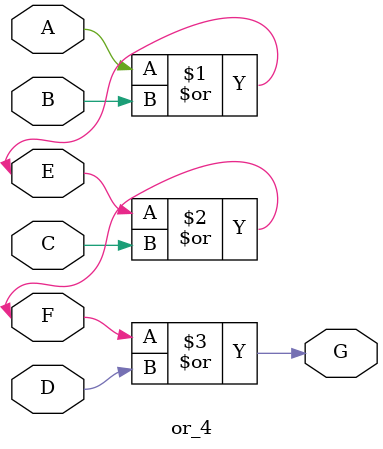
<source format=v>
`timescale 1ns / 1ps

module or_4(output G, input A, B, C, D, E,F);
    assign E = A|B;
    assign F = E|C;
    assign G = F|D;
endmodule
</source>
